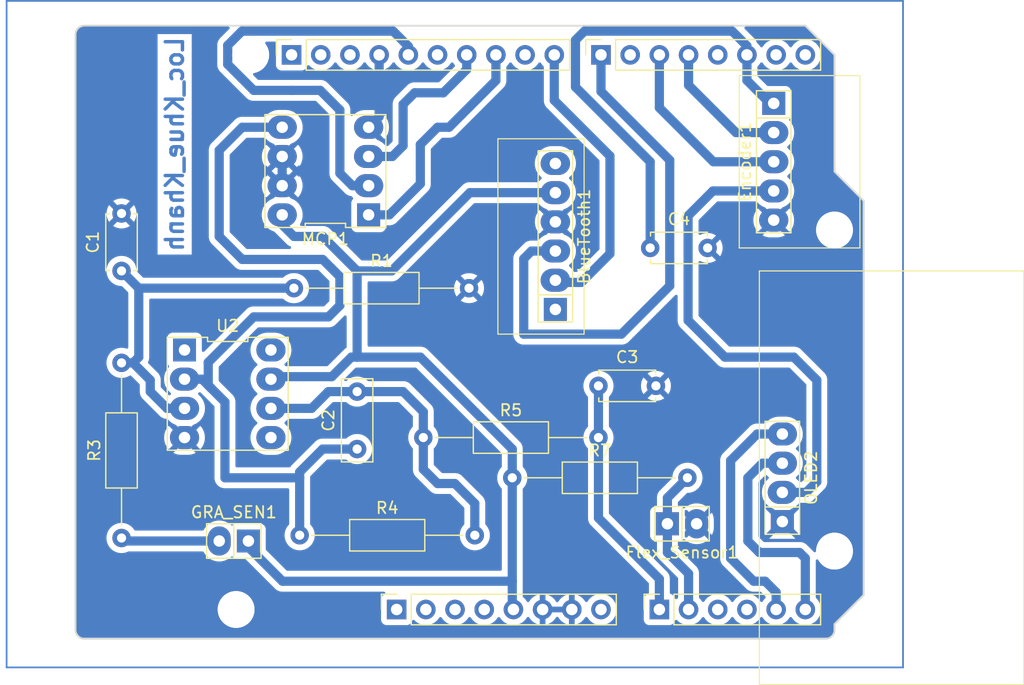
<source format=kicad_pcb>
(kicad_pcb (version 20241229) (generator "pcbnew") (generator_version "9.0")
  (title_block (date "mar. 31 mars 2015"))
  (layers (0 "F.Cu" signal) (2 "B.Cu" signal) (13 "F.Paste" user) (15 "B.Paste" user) (5 "F.SilkS" user "F.Silkscreen") (7 "B.SilkS" user "B.Silkscreen") (1 "F.Mask" user) (3 "B.Mask" user) (25 "Edge.Cuts" user))
  (net 0 "")
  (net 1 "GND")
  (net 3 "+5V")
  (net 4 "/IOREF")
  (net 5 "/A2")
  (net 6 "/A3")
  (net 7 "TXD")
  (net 8 "/12")
  (net 9 "/AREF")
  (net 12 "RXD")
  (net 13 "Net-(U2-+IN)")
  (net 14 "Net-(U2-OUT)")
  (net 15 "/*6")
  (net 16 "Net-(MCP1-PA0)")
  (net 17 "TX")
  (net 18 "/*3")
  (net 19 "CLK")
  (net 20 "+3V3")
  (net 21 "VCC")
  (net 22 "/~{RESET}")
  (net 23 "/GPIO 19")
  (net 24 "/GPIO 18")
  (net 25 "SW")
  (net 26 "RX")
  (net 27 "DT")
  (net 28 "FLEX_OP")
  (net 29 "ADC")
  (net 30 "Net-(GRA_SEN1-cn)")
  (net 31 "SI")
  (net 32 "SCK")
  (net 33 "CS")
  (net 34 "/D9")
  (net 35 "SCL")
  (net 36 "SDA")
  (footprint "Connector_PinSocket_2.54mm:PinSocket_1x08_P2.54mm_Vertical" (layer "F.Cu") (at 127.94 97.46 90)
    (property "Reference" "J1" (hide yes))
    (property "Value" "Power")
    (fp_line (start 1.33 -1.33) (end 1.33 0) (stroke (width 0.12)) (layer "F.SilkS"))
    (fp_line (start 0 -1.33) (end 1.33 -1.33) (stroke (width 0.12)) (layer "F.SilkS"))
    (fp_line (start 1.33 1.27) (end 1.33 19.11) (stroke (width 0.12)) (layer "F.SilkS"))
    (fp_line (start -1.33 1.27) (end 1.33 1.27) (stroke (width 0.12)) (layer "F.SilkS"))
    (fp_line (start -1.33 1.27) (end -1.33 19.11) (stroke (width 0.12)) (layer "F.SilkS"))
    (fp_line (start -1.33 19.11) (end 1.33 19.11) (stroke (width 0.12)) (layer "F.SilkS"))
    (pad "1" thru_hole rect (at 0 0 90) (size 1.7 1.7) (drill 1) (layers "*.Cu" "*.Mask"))
    (pad "2" thru_hole oval (at 0 2.54 90) (size 1.7 1.7) (drill 1) (layers "*.Cu" "*.Mask") (net 4 "/IOREF"))
    (pad "3" thru_hole oval (at 0 5.08 90) (size 1.7 1.7) (drill 1) (layers "*.Cu" "*.Mask") (net 22 "/~{RESET}"))
    (pad "4" thru_hole oval (at 0 7.62 90) (size 1.7 1.7) (drill 1) (layers "*.Cu" "*.Mask") (net 20 "+3V3"))
    (pad "5" thru_hole oval (at 0 10.16 90) (size 1.7 1.7) (drill 1) (layers "*.Cu" "*.Mask") (net 3 "+5V"))
    (pad "6" thru_hole oval (at 0 12.7 90) (size 1.7 1.7) (drill 1) (layers "*.Cu" "*.Mask") (net 1 "GND"))
    (pad "7" thru_hole oval (at 0 15.24 90) (size 1.7 1.7) (drill 1) (layers "*.Cu" "*.Mask") (net 1 "GND"))
    (pad "8" thru_hole oval (at 0 17.78 90) (size 1.7 1.7) (drill 1) (layers "*.Cu" "*.Mask") (net 21 "VCC"))
  )
  (footprint "Connector_PinSocket_2.54mm:PinSocket_1x06_P2.54mm_Vertical" (layer "F.Cu") (at 150.8 97.46 90)
    (property "Reference" "J3" (hide yes))
    (property "Value" "Analog")
    (fp_line (start 1.33 -1.33) (end 1.33 0) (stroke (width 0.12)) (layer "F.SilkS"))
    (fp_line (start 0 -1.33) (end 1.33 -1.33) (stroke (width 0.12)) (layer "F.SilkS"))
    (fp_line (start 1.33 1.27) (end 1.33 14.03) (stroke (width 0.12)) (layer "F.SilkS"))
    (fp_line (start -1.33 1.27) (end 1.33 1.27) (stroke (width 0.12)) (layer "F.SilkS"))
    (fp_line (start -1.33 1.27) (end -1.33 14.03) (stroke (width 0.12)) (layer "F.SilkS"))
    (fp_line (start -1.33 14.03) (end 1.33 14.03) (stroke (width 0.12)) (layer "F.SilkS"))
    (pad "1" thru_hole rect (at 0 0 90) (size 1.7 1.7) (drill 1) (layers "*.Cu" "*.Mask") (net 29 "ADC"))
    (pad "2" thru_hole oval (at 0 2.54 90) (size 1.7 1.7) (drill 1) (layers "*.Cu" "*.Mask") (net 28 "FLEX_OP"))
    (pad "3" thru_hole oval (at 0 5.08 90) (size 1.7 1.7) (drill 1) (layers "*.Cu" "*.Mask") (net 5 "/A2"))
    (pad "4" thru_hole oval (at 0 7.62 90) (size 1.7 1.7) (drill 1) (layers "*.Cu" "*.Mask") (net 6 "/A3"))
    (pad "5" thru_hole oval (at 0 10.16 90) (size 1.7 1.7) (drill 1) (layers "*.Cu" "*.Mask") (net 36 "SDA"))
    (pad "6" thru_hole oval (at 0 12.7 90) (size 1.7 1.7) (drill 1) (layers "*.Cu" "*.Mask") (net 35 "SCL"))
  )
  (footprint "Connector_PinSocket_2.54mm:PinSocket_1x10_P2.54mm_Vertical" (layer "F.Cu") (at 118.796 49.2 90)
    (property "Reference" "J2" (hide yes))
    (property "Value" "Digital/PWM")
    (fp_line (start 1.33 -1.33) (end 1.33 0) (stroke (width 0.12)) (layer "F.SilkS"))
    (fp_line (start 0 -1.33) (end 1.33 -1.33) (stroke (width 0.12)) (layer "F.SilkS"))
    (fp_line (start 1.33 1.27) (end 1.33 24.19) (stroke (width 0.12)) (layer "F.SilkS"))
    (fp_line (start -1.33 1.27) (end 1.33 1.27) (stroke (width 0.12)) (layer "F.SilkS"))
    (fp_line (start -1.33 1.27) (end -1.33 24.19) (stroke (width 0.12)) (layer "F.SilkS"))
    (fp_line (start -1.33 24.19) (end 1.33 24.19) (stroke (width 0.12)) (layer "F.SilkS"))
    (pad "1" thru_hole rect (at 0 0 90) (size 1.7 1.7) (drill 1) (layers "*.Cu" "*.Mask") (net 23 "/GPIO 19"))
    (pad "2" thru_hole oval (at 0 2.54 90) (size 1.7 1.7) (drill 1) (layers "*.Cu" "*.Mask") (net 24 "/GPIO 18"))
    (pad "3" thru_hole oval (at 0 5.08 90) (size 1.7 1.7) (drill 1) (layers "*.Cu" "*.Mask") (net 9 "/AREF"))
    (pad "4" thru_hole oval (at 0 7.62 90) (size 1.7 1.7) (drill 1) (layers "*.Cu" "*.Mask") (net 1 "GND"))
    (pad "5" thru_hole oval (at 0 10.16 90) (size 1.7 1.7) (drill 1) (layers "*.Cu" "*.Mask") (net 32 "SCK"))
    (pad "6" thru_hole oval (at 0 12.7 90) (size 1.7 1.7) (drill 1) (layers "*.Cu" "*.Mask") (net 8 "/12"))
    (pad "7" thru_hole oval (at 0 15.24 90) (size 1.7 1.7) (drill 1) (layers "*.Cu" "*.Mask") (net 31 "SI"))
    (pad "8" thru_hole oval (at 0 17.78 90) (size 1.7 1.7) (drill 1) (layers "*.Cu" "*.Mask") (net 33 "CS"))
    (pad "9" thru_hole oval (at 0 20.32 90) (size 1.7 1.7) (drill 1) (layers "*.Cu" "*.Mask") (net 34 "/D9"))
    (pad "10" thru_hole oval (at 0 22.86 90) (size 1.7 1.7) (drill 1) (layers "*.Cu" "*.Mask") (net 12 "RXD"))
  )
  (footprint "Connector_PinSocket_2.54mm:PinSocket_1x08_P2.54mm_Vertical" (layer "F.Cu") (at 145.72 49.2 90)
    (property "Reference" "J4" (hide yes))
    (property "Value" "Digital/PWM")
    (fp_line (start 1.33 -1.33) (end 1.33 0) (stroke (width 0.12)) (layer "F.SilkS"))
    (fp_line (start 0 -1.33) (end 1.33 -1.33) (stroke (width 0.12)) (layer "F.SilkS"))
    (fp_line (start 1.33 1.27) (end 1.33 19.11) (stroke (width 0.12)) (layer "F.SilkS"))
    (fp_line (start -1.33 1.27) (end 1.33 1.27) (stroke (width 0.12)) (layer "F.SilkS"))
    (fp_line (start -1.33 1.27) (end -1.33 19.11) (stroke (width 0.12)) (layer "F.SilkS"))
    (fp_line (start -1.33 19.11) (end 1.33 19.11) (stroke (width 0.12)) (layer "F.SilkS"))
    (pad "1" thru_hole rect (at 0 0 90) (size 1.7 1.7) (drill 1) (layers "*.Cu" "*.Mask") (net 7 "TXD"))
    (pad "2" thru_hole oval (at 0 2.54 90) (size 1.7 1.7) (drill 1) (layers "*.Cu" "*.Mask") (net 15 "/*6"))
    (pad "3" thru_hole oval (at 0 5.08 90) (size 1.7 1.7) (drill 1) (layers "*.Cu" "*.Mask") (net 25 "SW"))
    (pad "4" thru_hole oval (at 0 7.62 90) (size 1.7 1.7) (drill 1) (layers "*.Cu" "*.Mask") (net 27 "DT"))
    (pad "5" thru_hole oval (at 0 10.16 90) (size 1.7 1.7) (drill 1) (layers "*.Cu" "*.Mask") (net 18 "/*3"))
    (pad "6" thru_hole oval (at 0 12.7 90) (size 1.7 1.7) (drill 1) (layers "*.Cu" "*.Mask") (net 19 "CLK"))
    (pad "7" thru_hole oval (at 0 15.24 90) (size 1.7 1.7) (drill 1) (layers "*.Cu" "*.Mask") (net 17 "TX"))
    (pad "8" thru_hole oval (at 0 17.78 90) (size 1.7 1.7) (drill 1) (layers "*.Cu" "*.Mask") (net 26 "RX"))
  )
  (footprint "Resistor_THT:R_Axial_DIN0207_L6.3mm_D2.5mm_P15.24mm_Horizontal" (layer "F.Cu") (at 130.26 82.5)
    (property "Reference" "R5" (at 7.62 -2.37 0) (layer "F.SilkS"))
    (property "Value" "1k")
    (fp_line (start 1.04 0) (end 4.35 0) (stroke (width 0.12)) (layer "F.SilkS"))
    (fp_line (start 14.2 0) (end 10.89 0) (stroke (width 0.12)) (layer "F.SilkS"))
    (fp_rect (start 4.35 -1.37) (end 10.89 1.37) (stroke (width 0.12)) (fill no) (layer "F.SilkS"))
    (pad "1" thru_hole circle (at 0 0) (size 1.6 1.6) (drill 0.8) (layers "*.Cu" "*.Mask") (net 14 "Net-(U2-OUT)"))
    (pad "2" thru_hole circle (at 15.24 0) (size 1.6 1.6) (drill 0.8) (layers "*.Cu" "*.Mask") (net 29 "ADC"))
  )
  (footprint "Resistor_THT:R_Axial_DIN0207_L6.3mm_D2.5mm_P15.24mm_Horizontal" (layer "F.Cu") (at 119 69.5)
    (property "Reference" "R1" (at 7.62 -2.37 0) (layer "F.SilkS"))
    (property "Value" "100k")
    (fp_line (start 1.04 0) (end 4.35 0) (stroke (width 0.12)) (layer "F.SilkS"))
    (fp_line (start 14.2 0) (end 10.89 0) (stroke (width 0.12)) (layer "F.SilkS"))
    (fp_rect (start 4.35 -1.37) (end 10.89 1.37) (stroke (width 0.12)) (fill no) (layer "F.SilkS"))
    (pad "1" thru_hole circle (at 0 0) (size 1.6 1.6) (drill 0.8) (layers "*.Cu" "*.Mask") (net 13 "Net-(U2-+IN)"))
    (pad "2" thru_hole circle (at 15.24 0) (size 1.6 1.6) (drill 0.8) (layers "*.Cu" "*.Mask") (net 1 "GND"))
  )
  (footprint "Resistor_THT:R_Axial_DIN0207_L6.3mm_D2.5mm_P15.24mm_Horizontal" (layer "F.Cu") (at 104 91.24 90)
    (property "Reference" "R3" (at 7.62 -2.37 90) (layer "F.SilkS"))
    (property "Value" "10k")
    (fp_line (start 14.2 0) (end 10.89 0) (stroke (width 0.12)) (layer "F.SilkS"))
    (fp_line (start 1.04 0) (end 4.35 0) (stroke (width 0.12)) (layer "F.SilkS"))
    (fp_rect (start 4.35 -1.37) (end 10.89 1.37) (stroke (width 0.12)) (fill no) (layer "F.SilkS"))
    (pad "1" thru_hole circle (at 0 0 90) (size 1.6 1.6) (drill 0.8) (layers "*.Cu" "*.Mask") (net 30 "Net-(GRA_SEN1-cn)"))
    (pad "2" thru_hole circle (at 15.24 0 90) (size 1.6 1.6) (drill 0.8) (layers "*.Cu" "*.Mask") (net 13 "Net-(U2-+IN)"))
  )
  (footprint "Capacitor_THT:C_Disc_D4.7mm_W2.5mm_P5.00mm" (layer "F.Cu") (at 104 68 90)
    (property "Reference" "C1" (at 2.5 -2.5 90) (layer "F.SilkS"))
    (property "Value" "100n")
    (fp_line (start 4.97 -1.37) (end 4.97 -1.04) (stroke (width 0.12)) (layer "F.SilkS"))
    (fp_line (start 0.03 -1.37) (end 4.97 -1.37) (stroke (width 0.12)) (layer "F.SilkS"))
    (fp_line (start 0.03 -1.04) (end 0.03 -1.37) (stroke (width 0.12)) (layer "F.SilkS"))
    (fp_line (start 4.97 1.04) (end 4.97 1.37) (stroke (width 0.12)) (layer "F.SilkS"))
    (fp_line (start 4.97 1.37) (end 0.03 1.37) (stroke (width 0.12)) (layer "F.SilkS"))
    (fp_line (start 0.03 1.37) (end 0.03 1.04) (stroke (width 0.12)) (layer "F.SilkS"))
    (pad "1" thru_hole circle (at 0 0 90) (size 1.6 1.6) (drill 0.8) (layers "*.Cu" "*.Mask") (net 13 "Net-(U2-+IN)"))
    (pad "2" thru_hole circle (at 5 0 90) (size 1.6 1.6) (drill 0.8) (layers "*.Cu" "*.Mask") (net 1 "GND"))
  )
  (footprint "Capacitor_THT:C_Rect_L7.0mm_W2.5mm_P5.00mm" (layer "F.Cu") (at 124.5 83.5 90)
    (property "Reference" "C2" (at 2.5 -2.5 90) (layer "F.SilkS"))
    (property "Value" "1u")
    (fp_line (start 6.12 -1.37) (end 6.12 1.37) (stroke (width 0.12)) (layer "F.SilkS"))
    (fp_line (start -1.12 -1.37) (end 6.12 -1.37) (stroke (width 0.12)) (layer "F.SilkS"))
    (fp_line (start 6.12 1.37) (end -1.12 1.37) (stroke (width 0.12)) (layer "F.SilkS"))
    (fp_line (start -1.12 1.37) (end -1.12 -1.37) (stroke (width 0.12)) (layer "F.SilkS"))
    (pad "1" thru_hole circle (at 0 0 90) (size 1.6 1.6) (drill 0.8) (layers "*.Cu" "*.Mask") (net 16 "Net-(MCP1-PA0)"))
    (pad "2" thru_hole circle (at 5 0 90) (size 1.6 1.6) (drill 0.8) (layers "*.Cu" "*.Mask") (net 14 "Net-(U2-OUT)"))
  )
  (footprint "Resistor_THT:R_Axial_DIN0207_L6.3mm_D2.5mm_P15.24mm_Horizontal" (layer "F.Cu") (at 119.5 91)
    (property "Reference" "R4" (at 7.62 -2.37 0) (layer "F.SilkS"))
    (property "Value" "100k")
    (fp_line (start 1.04 0) (end 4.35 0) (stroke (width 0.12)) (layer "F.SilkS"))
    (fp_line (start 14.2 0) (end 10.89 0) (stroke (width 0.12)) (layer "F.SilkS"))
    (fp_rect (start 4.35 -1.37) (end 10.89 1.37) (stroke (width 0.12)) (fill no) (layer "F.SilkS"))
    (pad "1" thru_hole circle (at 0 0) (size 1.6 1.6) (drill 0.8) (layers "*.Cu" "*.Mask") (net 16 "Net-(MCP1-PA0)"))
    (pad "2" thru_hole circle (at 15.24 0) (size 1.6 1.6) (drill 0.8) (layers "*.Cu" "*.Mask") (net 14 "Net-(U2-OUT)"))
  )
  (footprint "Arduino_MountingHole:MountingHole_3.2mm" (layer "F.Cu") (at 115.24 49.2)
    (property "Reference" "MH1" (hide yes))
    (property "Value" "MountingHole_3.2mm" (hide yes))
    (pad "" np_thru_hole circle (at 0 0) (size 3.2 3.2) (drill 3.2) (layers "*.Cu" "*.Mask"))
  )
  (footprint "Component_Projet_Capteur:DIP-8_296_ELL" (layer "F.Cu") (at 113.24 78.69 -90)
    (property "Reference" "U2" (at -5.91 0 0) (layer "F.SilkS"))
    (property "Value" "LTC1050ACN8_PBF")
    (fp_line (start -4.91 5.26) (end 4.91 5.26) (stroke (width 0.12)) (layer "F.SilkS"))
    (fp_line (start 4.91 5.26) (end 4.91 -5.26) (stroke (width 0.12)) (layer "F.SilkS"))
    (fp_line (start -4.91 1.753333) (end -4.91 5.26) (stroke (width 0.12)) (layer "F.SilkS"))
    (fp_line (start -4.55 1.753333) (end -4.91 1.753333) (stroke (width 0.12)) (layer "F.SilkS"))
    (fp_line (start -4.91 -1.753333) (end -4.55 -1.753333) (stroke (width 0.12)) (layer "F.SilkS"))
    (fp_line (start -4.55 -1.753333) (end -4.55 1.753333) (stroke (width 0.12)) (layer "F.SilkS"))
    (fp_line (start -4.91 -5.26) (end -4.91 -1.753333) (stroke (width 0.12)) (layer "F.SilkS"))
    (fp_line (start 4.91 -5.26) (end -4.91 -5.26) (stroke (width 0.12)) (layer "F.SilkS"))
    (pad "1" thru_hole rect (at -3.81 3.76 270) (size 2 2) (drill 1) (layers "*.Cu" "*.Mask"))
    (pad "2" thru_hole oval (at -1.27 3.76 270) (size 2 2.54) (drill 1) (layers "*.Cu" "*.Mask") (net 16 "Net-(MCP1-PA0)"))
    (pad "3" thru_hole oval (at 1.27 3.76 270) (size 2 2.54) (drill 1) (layers "*.Cu" "*.Mask") (net 13 "Net-(U2-+IN)"))
    (pad "4" thru_hole oval (at 3.81 3.76 270) (size 2 2.54) (drill 1) (layers "*.Cu" "*.Mask") (net 1 "GND"))
    (pad "5" thru_hole oval (at 3.81 -3.76 270) (size 2 2.54) (drill 1) (layers "*.Cu" "*.Mask"))
    (pad "6" thru_hole oval (at 1.27 -3.76 270) (size 2 2.54) (drill 1) (layers "*.Cu" "*.Mask") (net 14 "Net-(U2-OUT)"))
    (pad "7" thru_hole oval (at -1.27 -3.76 270) (size 2 2.54) (drill 1) (layers "*.Cu" "*.Mask") (net 3 "+5V"))
    (pad "8" thru_hole oval (at -3.81 -3.76 270) (size 2 2.54) (drill 1) (layers "*.Cu" "*.Mask"))
  )
  (footprint "Component_Projet_Capteur:Bluetooth" (layer "F.Cu") (at 141.75 65 90)
    (property "Reference" "BlueTooth1" (at 0 2.5 90) (layer "F.SilkS"))
    (property "Value" "~")
    (fp_line (start 8.5 -5) (end 8.5 2.5) (stroke (width 0.1)) (layer "F.SilkS"))
    (fp_line (start -8.5 -5) (end 8.5 -5) (stroke (width 0.1)) (layer "F.SilkS"))
    (fp_line (start 7.45 -1.5) (end 7.45 1.5) (stroke (width 0.12)) (layer "F.SilkS"))
    (fp_line (start -5.08 -1.5) (end -5.08 1.5) (stroke (width 0.12)) (layer "F.SilkS"))
    (fp_line (start -7.45 -1.5) (end 7.45 -1.5) (stroke (width 0.12)) (layer "F.SilkS"))
    (fp_line (start 7.45 1.5) (end -7.45 1.5) (stroke (width 0.12)) (layer "F.SilkS"))
    (fp_line (start -7.45 1.5) (end -7.45 -1.5) (stroke (width 0.12)) (layer "F.SilkS"))
    (fp_line (start 8.5 2.5) (end -8.5 2.5) (stroke (width 0.1)) (layer "F.SilkS"))
    (fp_line (start -8.5 2.5) (end -8.5 -5) (stroke (width 0.1)) (layer "F.SilkS"))
    (pad "1" thru_hole rect (at -6.35 0 90) (size 2 2) (drill 1) (layers "*.Cu" "*.Mask"))
    (pad "2" thru_hole oval (at -3.81 0 90) (size 2 2.56) (drill 1) (layers "*.Cu" "*.Mask") (net 12 "RXD"))
    (pad "3" thru_hole oval (at -1.27 0 90) (size 2 2.56) (drill 1) (layers "*.Cu" "*.Mask") (net 7 "TXD"))
    (pad "4" thru_hole oval (at 1.27 0 90) (size 2 2.56) (drill 1) (layers "*.Cu" "*.Mask") (net 1 "GND"))
    (pad "5" thru_hole oval (at 3.81 0 90) (size 2 2.56) (drill 1) (layers "*.Cu" "*.Mask") (net 3 "+5V"))
    (pad "6" thru_hole oval (at 6.35 0 90) (size 2 2.56) (drill 1) (layers "*.Cu" "*.Mask"))
  )
  (footprint "Component_Projet_Capteur:Encoder_rotation" (layer "F.Cu") (at 160.75 58.5 -90)
    (property "Reference" "Encoder1" (at 0 2.5 90) (layer "F.SilkS"))
    (property "Value" "~")
    (fp_line (start -7.5 3) (end -7.5 -7.5) (stroke (width 0.1)) (layer "F.SilkS"))
    (fp_line (start 7.5 3) (end -7.5 3) (stroke (width 0.1)) (layer "F.SilkS"))
    (fp_line (start 7.5 3) (end 7.5 3) (stroke (width 0.1)) (layer "F.SilkS"))
    (fp_line (start -6.18 1.5) (end -6.18 -1.5) (stroke (width 0.12)) (layer "F.SilkS"))
    (fp_line (start 6.18 1.5) (end -6.18 1.5) (stroke (width 0.12)) (layer "F.SilkS"))
    (fp_line (start -6.18 -1.5) (end 6.18 -1.5) (stroke (width 0.12)) (layer "F.SilkS"))
    (fp_line (start -3.81 -1.5) (end -3.81 1.5) (stroke (width 0.12)) (layer "F.SilkS"))
    (fp_line (start 6.18 -1.5) (end 6.18 1.5) (stroke (width 0.12)) (layer "F.SilkS"))
    (fp_line (start -7.5 -7.5) (end 7.5 -7.5) (stroke (width 0.1)) (layer "F.SilkS"))
    (fp_line (start 7.5 -7.5) (end 7.5 3) (stroke (width 0.1)) (layer "F.SilkS"))
    (pad "1" thru_hole rect (at -5.08 0 270) (size 2 2) (drill 1) (layers "*.Cu" "*.Mask") (net 19 "CLK"))
    (pad "2" thru_hole oval (at -2.54 0 270) (size 2 2.54) (drill 1) (layers "*.Cu" "*.Mask") (net 27 "DT"))
    (pad "3" thru_hole oval (at 0 0 270) (size 2 2.54) (drill 1) (layers "*.Cu" "*.Mask") (net 25 "SW"))
    (pad "4" thru_hole oval (at 2.54 0 270) (size 2 2.54) (drill 1) (layers "*.Cu" "*.Mask") (net 3 "+5V"))
    (pad "5" thru_hole oval (at 5.08 0 270) (size 2 2.54) (drill 1) (layers "*.Cu" "*.Mask") (net 1 "GND"))
  )
  (footprint "Component_Projet_Capteur:OLED" (layer "F.Cu") (at 161.5 86 90)
    (property "Reference" "OLED2" (at 0 2.5 90) (layer "F.SilkS"))
    (property "Value" "~")
    (fp_line (start 18 -2) (end 18 21) (stroke (width 0.1)) (layer "F.SilkS"))
    (fp_line (start 0 -2) (end 18 -2) (stroke (width 0.1)) (layer "F.SilkS"))
    (fp_line (start -18 -2) (end 0 -2) (stroke (width 0.1)) (layer "F.SilkS"))
    (fp_line (start 4.91 -1.5) (end 4.91 1.5) (stroke (width 0.12)) (layer "F.SilkS"))
    (fp_line (start -2.54 -1.5) (end -2.54 1.5) (stroke (width 0.12)) (layer "F.SilkS"))
    (fp_line (start -4.91 -1.5) (end 4.91 -1.5) (stroke (width 0.12)) (layer "F.SilkS"))
    (fp_line (start 4.91 1.5) (end -4.91 1.5) (stroke (width 0.12)) (layer "F.SilkS"))
    (fp_line (start -4.91 1.5) (end -4.91 -1.5) (stroke (width 0.12)) (layer "F.SilkS"))
    (fp_line (start 18 21) (end -18 21) (stroke (width 0.1)) (layer "F.SilkS"))
    (fp_line (start -18 21) (end -18 -2) (stroke (width 0.1)) (layer "F.SilkS"))
    (pad "1" thru_hole rect (at -3.81 0 90) (size 2 2) (drill 1) (layers "*.Cu" "*.Mask") (net 1 "GND"))
    (pad "2" thru_hole oval (at -1.27 0 90) (size 2 2.54) (drill 1) (layers "*.Cu" "*.Mask") (net 3 "+5V"))
    (pad "3" thru_hole oval (at 1.27 0 90) (size 2 2.54) (drill 1) (layers "*.Cu" "*.Mask") (net 35 "SCL"))
    (pad "4" thru_hole oval (at 3.81 0 90) (size 2 2.54) (drill 1) (layers "*.Cu" "*.Mask") (net 36 "SDA"))
  )
  (footprint "Component_Projet_Capteur:DIP-8_296_ELL" (layer "F.Cu") (at 121.74 59.31 90)
    (property "Reference" "MCP1" (at -5.91 0 0) (layer "F.SilkS"))
    (property "Value" "~")
    (fp_line (start 4.91 -5.26) (end -4.91 -5.26) (stroke (width 0.12)) (layer "F.SilkS"))
    (fp_line (start -4.91 -5.26) (end -4.91 -1.753333) (stroke (width 0.12)) (layer "F.SilkS"))
    (fp_line (start -4.55 -1.753333) (end -4.55 1.753333) (stroke (width 0.12)) (layer "F.SilkS"))
    (fp_line (start -4.91 -1.753333) (end -4.55 -1.753333) (stroke (width 0.12)) (layer "F.SilkS"))
    (fp_line (start -4.55 1.753333) (end -4.91 1.753333) (stroke (width 0.12)) (layer "F.SilkS"))
    (fp_line (start -4.91 1.753333) (end -4.91 5.26) (stroke (width 0.12)) (layer "F.SilkS"))
    (fp_line (start 4.91 5.26) (end 4.91 -5.26) (stroke (width 0.12)) (layer "F.SilkS"))
    (fp_line (start -4.91 5.26) (end 4.91 5.26) (stroke (width 0.12)) (layer "F.SilkS"))
    (pad "1" thru_hole rect (at -3.81 3.76 90) (size 2 2) (drill 1) (layers "*.Cu" "*.Mask") (net 33 "CS"))
    (pad "2" thru_hole oval (at -1.27 3.76 90) (size 2 2.54) (drill 1) (layers "*.Cu" "*.Mask") (net 32 "SCK"))
    (pad "3" thru_hole oval (at 1.27 3.76 90) (size 2 2.54) (drill 1) (layers "*.Cu" "*.Mask") (net 31 "SI"))
    (pad "4" thru_hole oval (at 3.81 3.76 90) (size 2 2.54) (drill 1) (layers "*.Cu" "*.Mask") (net 1 "GND"))
    (pad "5" thru_hole oval (at 3.81 -3.76 90) (size 2 2.54) (drill 1) (layers "*.Cu" "*.Mask") (net 16 "Net-(MCP1-PA0)"))
    (pad "6" thru_hole oval (at 1.27 -3.76 90) (size 2 2.54) (drill 1) (layers "*.Cu" "*.Mask") (net 1 "GND"))
    (pad "7" thru_hole oval (at -1.27 -3.76 90) (size 2 2.54) (drill 1) (layers "*.Cu" "*.Mask") (net 1 "GND"))
    (pad "8" thru_hole oval (at -3.81 -3.76 90) (size 2 2.54) (drill 1) (layers "*.Cu" "*.Mask") (net 3 "+5V"))
  )
  (footprint "Resistor_THT:R_Axial_DIN0207_L6.3mm_D2.5mm_P15.24mm_Horizontal" (layer "F.Cu") (at 138 86)
    (property "Reference" "R7" (at 7.62 -2.37 0) (layer "F.SilkS"))
    (property "Value" "10k")
    (fp_line (start 1.04 0) (end 4.35 0) (stroke (width 0.12)) (layer "F.SilkS"))
    (fp_line (start 14.2 0) (end 10.89 0) (stroke (width 0.12)) (layer "F.SilkS"))
    (fp_rect (start 4.35 -1.37) (end 10.89 1.37) (stroke (width 0.12)) (fill no) (layer "F.SilkS"))
    (pad "1" thru_hole circle (at 0 0) (size 1.6 1.6) (drill 0.8) (layers "*.Cu" "*.Mask") (net 3 "+5V"))
    (pad "2" thru_hole circle (at 15.24 0) (size 1.6 1.6) (drill 0.8) (layers "*.Cu" "*.Mask") (net 28 "FLEX_OP"))
  )
  (footprint "Component_Projet_Capteur:Sensor" (layer "F.Cu") (at 152.77 90)
    (property "Reference" "Flex_Sensor1" (at 0 2.5 0) (layer "F.SilkS"))
    (property "Value" "~")
    (fp_line (start -2.37 -1.5) (end 2.37 -1.5) (stroke (width 0.12)) (layer "F.SilkS"))
    (fp_line (start -2.37 1.5) (end -2.37 -1.5) (stroke (width 0.12)) (layer "F.SilkS"))
    (fp_line (start 0 -1.5) (end 0 1.5) (stroke (width 0.12)) (layer "F.SilkS"))
    (fp_line (start 2.37 -1.5) (end 2.37 1.5) (stroke (width 0.12)) (layer "F.SilkS"))
    (fp_line (start 2.37 1.5) (end -2.37 1.5) (stroke (width 0.12)) (layer "F.SilkS"))
    (pad "1" thru_hole rect (at -1.27 0) (size 2 2) (drill 1) (layers "*.Cu" "*.Mask") (net 28 "FLEX_OP"))
    (pad "2" thru_hole oval (at 1.27 0) (size 2 2.54) (drill 1) (layers "*.Cu" "*.Mask") (net 1 "GND"))
  )
  (footprint "Capacitor_THT:C_Disc_D4.7mm_W2.5mm_P5.00mm" (layer "F.Cu") (at 145.5 78)
    (property "Reference" "C3" (at 2.5 -2.5 0) (layer "F.SilkS"))
    (property "Value" "100n")
    (fp_line (start 0.03 -1.37) (end 4.97 -1.37) (stroke (width 0.12)) (layer "F.SilkS"))
    (fp_line (start 0.03 -1.04) (end 0.03 -1.37) (stroke (width 0.12)) (layer "F.SilkS"))
    (fp_line (start 0.03 1.37) (end 0.03 1.04) (stroke (width 0.12)) (layer "F.SilkS"))
    (fp_line (start 4.97 -1.37) (end 4.97 -1.04) (stroke (width 0.12)) (layer "F.SilkS"))
    (fp_line (start 4.97 1.04) (end 4.97 1.37) (stroke (width 0.12)) (layer "F.SilkS"))
    (fp_line (start 4.97 1.37) (end 0.03 1.37) (stroke (width 0.12)) (layer "F.SilkS"))
    (pad "1" thru_hole circle (at 0 0) (size 1.6 1.6) (drill 0.8) (layers "*.Cu" "*.Mask") (net 29 "ADC"))
    (pad "2" thru_hole circle (at 5 0) (size 1.6 1.6) (drill 0.8) (layers "*.Cu" "*.Mask") (net 1 "GND"))
  )
  (footprint "Arduino_MountingHole:MountingHole_3.2mm" (layer "F.Cu") (at 113.97 97.46)
    (property "Reference" "MH2" (hide yes))
    (property "Value" "MountingHole_3.2mm" (hide yes))
    (pad "" np_thru_hole circle (at 0 0) (size 3.2 3.2) (drill 3.2) (layers "*.Cu" "*.Mask"))
  )
  (footprint "Arduino_MountingHole:MountingHole_3.2mm" (layer "F.Cu") (at 166.04 64.44)
    (property "Reference" "MH3" (hide yes))
    (property "Value" "MountingHole_3.2mm" (hide yes))
    (pad "" np_thru_hole circle (at 0 0) (size 3.2 3.2) (drill 3.2) (layers "*.Cu" "*.Mask"))
  )
  (footprint "Arduino_MountingHole:MountingHole_3.2mm" (layer "F.Cu") (at 166.04 92.38)
    (property "Reference" "MH4" (hide yes))
    (property "Value" "MountingHole_3.2mm" (hide yes))
    (pad "" np_thru_hole circle (at 0 0) (size 3.2 3.2) (drill 3.2) (layers "*.Cu" "*.Mask"))
  )
  (footprint "Component_Projet_Capteur:Sensor" (layer "F.Cu") (at 113.77 91.5 180)
    (property "Reference" "GRA_SEN1" (at 0 2.5 0) (layer "F.SilkS"))
    (property "Value" "~")
    (fp_line (start 2.37 1.5) (end -2.37 1.5) (stroke (width 0.12)) (layer "F.SilkS"))
    (fp_line (start 2.37 -1.5) (end 2.37 1.5) (stroke (width 0.12)) (layer "F.SilkS"))
    (fp_line (start 0 -1.5) (end 0 1.5) (stroke (width 0.12)) (layer "F.SilkS"))
    (fp_line (start -2.37 1.5) (end -2.37 -1.5) (stroke (width 0.12)) (layer "F.SilkS"))
    (fp_line (start -2.37 -1.5) (end 2.37 -1.5) (stroke (width 0.12)) (layer "F.SilkS"))
    (pad "1" thru_hole rect (at -1.27 0 180) (size 2 2) (drill 1) (layers "*.Cu" "*.Mask") (net 3 "+5V"))
    (pad "2" thru_hole oval (at 1.27 0 180) (size 2 2.54) (drill 1) (layers "*.Cu" "*.Mask") (net 30 "Net-(GRA_SEN1-cn)"))
  )
  (footprint "Capacitor_THT:C_Disc_D4.7mm_W2.5mm_P5.00mm" (layer "F.Cu") (at 150 66)
    (property "Reference" "C4" (at 2.5 -2.5 0) (layer "F.SilkS"))
    (property "Value" "100n")
    (fp_line (start 0.03 -1.37) (end 4.97 -1.37) (stroke (width 0.12)) (layer "F.SilkS"))
    (fp_line (start 0.03 -1.04) (end 0.03 -1.37) (stroke (width 0.12)) (layer "F.SilkS"))
    (fp_line (start 0.03 1.37) (end 0.03 1.04) (stroke (width 0.12)) (layer "F.SilkS"))
    (fp_line (start 4.97 -1.37) (end 4.97 -1.04) (stroke (width 0.12)) (layer "F.SilkS"))
    (fp_line (start 4.97 1.04) (end 4.97 1.37) (stroke (width 0.12)) (layer "F.SilkS"))
    (fp_line (start 4.97 1.37) (end 0.03 1.37) (stroke (width 0.12)) (layer "F.SilkS"))
    (pad "1" thru_hole circle (at 0 0) (size 1.6 1.6) (drill 0.8) (layers "*.Cu" "*.Mask") (net 19 "CLK"))
    (pad "2" thru_hole circle (at 5 0) (size 1.6 1.6) (drill 0.8) (layers "*.Cu" "*.Mask") (net 1 "GND"))
  )
  (gr_line (start 95 44.5) (end 172 44.5) (stroke (width 0.15)) (layer "B.Cu"))
  (gr_line (start 94 102.5) (end 94 44.5) (stroke (width 0.15)) (layer "B.Cu"))
  (gr_line (start 172 102.5) (end 94 102.5) (stroke (width 0.15)) (layer "B.Cu"))
  (gr_line (start 172 44.5) (end 172 102.5) (stroke (width 0.15)) (layer "B.Cu"))
  (gr_line (start 94 44.5) (end 95 44.5) (stroke (width 0.15)) (layer "B.Cu"))
  (gr_line (start 166.04 59.36) (end 168.58 61.9) (stroke (width 0.15)) (layer "Edge.Cuts"))
  (gr_line (start 100 99.238) (end 100 47.422) (stroke (width 0.15)) (layer "Edge.Cuts"))
  (gr_line (start 168.58 61.9) (end 168.58 96.19) (stroke (width 0.15)) (layer "Edge.Cuts"))
  (gr_line (start 165.278 100) (end 100.762 100) (stroke (width 0.15)) (layer "Edge.Cuts"))
  (gr_line (start 100.762 46.66) (end 163.5 46.66) (stroke (width 0.15)) (layer "Edge.Cuts"))
  (gr_arc (start 100.762 100) (mid 100.223185 99.776815) (end 100 99.238) (stroke (width 0.15)) (layer "Edge.Cuts"))
  (gr_line (start 168.58 96.19) (end 166.04 98.73) (stroke (width 0.15)) (layer "Edge.Cuts"))
  (gr_line (start 163.5 46.66) (end 166.04 49.2) (stroke (width 0.15)) (layer "Edge.Cuts"))
  (gr_arc (start 166.04 99.238) (mid 165.816815 99.776815) (end 165.278 100) (stroke (width 0.15)) (layer "Edge.Cuts"))
  (gr_line (start 166.04 49.2) (end 166.04 59.36) (stroke (width 0.15)) (layer "Edge.Cuts"))
  (gr_line (start 166.04 98.73) (end 166.04 99.238) (stroke (width 0.15)) (layer "Edge.Cuts"))
  (gr_arc (start 100 47.422) (mid 100.223185 46.883185) (end 100.762 46.66) (stroke (width 0.15)) (layer "Edge.Cuts"))
  (gr_text "Loc_Khue_Khanh" (at 109.5 47.5 90) (layer "B.Cu") (effects (font (size 1.5 1.5) (thickness 0.3) (bold yes)) (justify left bottom mirror)))
  (segment (start 126.416 54.584) (end 125.5 55.5) (width 0.8) (layer "B.Cu") (net 1))
  (segment (start 126.416 49.2) (end 126.416 54.584) (width 0.8) (layer "B.Cu") (net 1))
  (segment (start 117.98 58.04) (end 117.98 60.58) (width 0.8) (layer "B.Cu") (net 1))
  (segment (start 119 65) (end 121.5 65) (width 0.8) (layer "B.Cu") (net 3))
  (segment (start 164.5 86.34) (end 163.57 87.27) (width 0.8) (layer "B.Cu") (net 3))
  (segment (start 133.25 78.75) (end 130 75.5) (width 0.8) (layer "B.Cu") (net 3))
  (segment (start 124.5 75.5) (end 124 75.5) (width 0.8) (layer "B.Cu") (net 3))
  (segment (start 141.75 61.19) (end 134.31 61.19) (width 0.8) (layer "B.Cu") (net 3))
  (segment (start 127.5 68) (end 124.5 68) (width 0.8) (layer "B.Cu") (net 3))
  (segment (start 162.5 75.5) (end 164.5 77.5) (width 0.8) (layer "B.Cu") (net 3))
  (segment (start 156.5 75.5) (end 162.5 75.5) (width 0.8) (layer "B.Cu") (net 3))
  (segment (start 121.5 65) (end 124.5 68) (width 0.8) (layer "B.Cu") (net 3))
  (segment (start 138 95) (end 138 97.36) (width 0.8) (layer "B.Cu") (net 3))
  (segment (start 117.98 63.98) (end 119 65) (width 0.8) (layer "B.Cu") (net 3))
  (segment (start 155.46 61.04) (end 153.299 63.201) (width 0.8) (layer "B.Cu") (net 3))
  (segment (start 124 75.5) (end 122.301 77.199) (width 0.8) (layer "B.Cu") (net 3))
  (segment (start 163.57 87.27) (end 161.5 87.27) (width 0.8) (layer "B.Cu") (net 3))
  (segment (start 117.98 63.12) (end 117.98 63.98) (width 0.8) (layer "B.Cu") (net 3))
  (segment (start 160.75 61.04) (end 155.46 61.04) (width 0.8) (layer "B.Cu") (net 3))
  (segment (start 138 86) (end 138 95) (width 0.8) (layer "B.Cu") (net 3))
  (segment (start 153.299 72.299) (end 156.5 75.5) (width 0.8) (layer "B.Cu") (net 3))
  (segment (start 160.75 61.04) (end 161.54 61.04) (width 0.8) (layer "B.Cu") (net 3))
  (segment (start 115.04 92.04) (end 118 95) (width 0.8) (layer "B.Cu") (net 3))
  (segment (start 115.04 91.5) (end 115.04 92.04) (width 0.8) (layer "B.Cu") (net 3))
  (segment (start 138 83.5) (end 133.25 78.75) (width 0.8) (layer "B.Cu") (net 3))
  (segment (start 153.299 63.201) (end 153.299 72.299) (width 0.8) (layer "B.Cu") (net 3))
  (segment (start 118 95) (end 138 95) (width 0.8) (layer "B.Cu") (net 3))
  (segment (start 164.5 77.5) (end 164.5 86.34) (width 0.8) (layer "B.Cu") (net 3))
  (segment (start 138 97.36) (end 138.1 97.46) (width 0.8) (layer "B.Cu") (net 3))
  (segment (start 134.31 61.19) (end 127.5 68) (width 0.8) (layer "B.Cu") (net 3))
  (segment (start 117.221 77.199) (end 117 77.42) (width 0.8) (layer "B.Cu") (net 3))
  (segment (start 122.301 77.199) (end 117.221 77.199) (width 0.8) (layer "B.Cu") (net 3))
  (segment (start 130 75.5) (end 124.5 75.5) (width 0.8) (layer "B.Cu") (net 3))
  (segment (start 138 86) (end 138 83.5) (width 0.8) (layer "B.Cu") (net 3))
  (segment (start 124.5 68) (end 124.5 75.5) (width 0.8) (layer "B.Cu") (net 3))
  (segment (start 139.67 66.27) (end 141.75 66.27) (width 0.8) (layer "B.Cu") (net 7))
  (segment (start 145.72 49.2) (end 145.72 52.380108) (width 0.8) (layer "B.Cu") (net 7))
  (segment (start 151.701 58.361108) (end 151.701 69.299) (width 0.8) (layer "B.Cu") (net 7))
  (segment (start 139 73.5) (end 139 66.94) (width 0.8) (layer "B.Cu") (net 7))
  (segment (start 147.5 73.5) (end 139 73.5) (width 0.8) (layer "B.Cu") (net 7))
  (segment (start 139 66.94) (end 139.67 66.27) (width 0.8) (layer "B.Cu") (net 7))
  (segment (start 145.72 52.380108) (end 151.701 58.361108) (width 0.8) (layer "B.Cu") (net 7))
  (segment (start 151.701 69.299) (end 147.5 73.5) (width 0.8) (layer "B.Cu") (net 7))
  (segment (start 141.94 69) (end 141.75 68.81) (width 0.8) (layer "B.Cu") (net 12))
  (segment (start 141.656 53.156) (end 146.5 58) (width 0.8) (layer "B.Cu") (net 12))
  (segment (start 141.656 49.2) (end 141.656 53.156) (width 0.8) (layer "B.Cu") (net 12))
  (segment (start 146.5 58) (end 146.5 66.5) (width 0.8) (layer "B.Cu") (net 12))
  (segment (start 141.5 49.356) (end 141.656 49.2) (width 0.8) (layer "B.Cu") (net 12))
  (segment (start 146.5 66.5) (end 144 69) (width 0.8) (layer "B.Cu") (net 12))
  (segment (start 144 69) (end 141.94 69) (width 0.8) (layer "B.Cu") (net 12))
  (segment (start 107.96 79.96) (end 106.5 78.5) (width 0.8) (layer "B.Cu") (net 13))
  (segment (start 105.5 75.5) (end 105 76) (width 0.8) (layer "B.Cu") (net 13))
  (segment (start 105.5 69.5) (end 104 68) (width 0.8) (layer "B.Cu") (net 13))
  (segment (start 106.5 78.5) (end 106.5 77.5) (width 0.8) (layer "B.Cu") (net 13))
  (segment (start 105.5 69.5) (end 105.5 75.5) (width 0.8) (layer "B.Cu") (net 13))
  (segment (start 119 69.5) (end 105.5 69.5) (width 0.8) (layer "B.Cu") (net 13))
  (segment (start 106.5 77.5) (end 105 76) (width 0.8) (layer "B.Cu") (net 13))
  (segment (start 105 76) (end 104 76) (width 0.8) (layer "B.Cu") (net 13))
  (segment (start 104.08 76.08) (end 104 76) (width 0.8) (layer "B.Cu") (net 13))
  (segment (start 109.48 79.96) (end 107.96 79.96) (width 0.8) (layer "B.Cu") (net 13))
  (segment (start 120.54 79.96) (end 117 79.96) (width 0.8) (layer "B.Cu") (net 14))
  (segment (start 134.74 88.24) (end 133 86.5) (width 0.8) (layer "B.Cu") (net 14))
  (segment (start 124.5 78.5) (end 122 78.5) (width 0.8) (layer "B.Cu") (net 14))
  (segment (start 130.26 82.5) (end 130.26 80.26) (width 0.8) (layer "B.Cu") (net 14))
  (segment (start 128.5 78.5) (end 124.5 78.5) (width 0.8) (layer "B.Cu") (net 14))
  (segment (start 122 78.5) (end 120.54 79.96) (width 0.8) (layer "B.Cu") (net 14))
  (segment (start 130.26 80.26) (end 128.5 78.5) (width 0.8) (layer "B.Cu") (net 14))
  (segment (start 130.26 85.26) (end 130.26 82.5) (width 0.8) (layer "B.Cu") (net 14))
  (segment (start 134.74 91) (end 134.74 88.24) (width 0.8) (layer "B.Cu") (net 14))
  (segment (start 133 86.5) (end 131.5 86.5) (width 0.8) (layer "B.Cu") (net 14))
  (segment (start 131.5 86.5) (end 130.26 85.26) (width 0.8) (layer "B.Cu") (net 14))
  (segment (start 117.98 55.5) (end 114.5 55.5) (width 0.8) (layer "B.Cu") (net 16))
  (segment (start 112.5 57.5) (end 112.5 65) (width 0.8) (layer "B.Cu") (net 16))
  (segment (start 111.795 78.205) (end 111.01 77.42) (width 0.8) (layer "B.Cu") (net 16))
  (segment (start 122 72) (end 123 71) (width 0.8) (layer "B.Cu") (net 16))
  (segment (start 121.5 83.5) (end 124.5 83.5) (width 0.8) (layer "B.Cu") (net 16))
  (segment (start 111.545 77.955) (end 111.545 75.955) (width 0.8) (layer "B.Cu") (net 16))
  (segment (start 113 79.41) (end 111.795 78.205) (width 0.8) (layer "B.Cu") (net 16))
  (segment (start 114.5 67) (end 112.5 65) (width 0.8) (layer "B.Cu") (net 16))
  (segment (start 123 71) (end 123 68.5) (width 0.8) (layer "B.Cu") (net 16))
  (segment (start 119.5 86) (end 119.5 85.5) (width 0.8) (layer "B.Cu") (net 16))
  (segment (start 119.5 91) (end 119.5 86) (width 0.8) (layer "B.Cu") (net 16))
  (segment (start 111.795 78.205) (end 111.545 77.955) (width 0.8) (layer "B.Cu") (net 16))
  (segment (start 121.5 67) (end 114.5 67) (width 0.8) (layer "B.Cu") (net 16))
  (segment (start 119.5 85.5) (end 121.5 83.5) (width 0.8) (layer "B.Cu") (net 16))
  (segment (start 111.545 75.955) (end 115.5 72) (width 0.8) (layer "B.Cu") (net 16))
  (segment (start 123 68.5) (end 121.5 67) (width 0.8) (layer "B.Cu") (net 16))
  (segment (start 111.01 77.42) (end 109.48 77.42) (width 0.8) (layer "B.Cu") (net 16))
  (segment (start 114.5 55.5) (end 112.5 57.5) (width 0.8) (layer "B.Cu") (net 16))
  (segment (start 113 86) (end 113 79.41) (width 0.8) (layer "B.Cu") (net 16))
  (segment (start 115.5 72) (end 122 72) (width 0.8) (layer "B.Cu") (net 16))
  (segment (start 119.5 86) (end 113 86) (width 0.8) (layer "B.Cu") (net 16))
  (segment (start 160.42 53.42) (end 158.42 51.42) (width 0.8) (layer "B.Cu") (net 19))
  (segment (start 158.42 51.42) (end 158.42 49.2) (width 0.8) (layer "B.Cu") (net 19))
  (segment (start 150 58.5) (end 150 66) (width 0.8) (layer "B.Cu") (net 19))
  (segment (start 158.42 49.2) (end 158.42 48.42) (width 0.8) (layer "B.Cu") (net 19))
  (segment (start 143.5 47.918) (end 143.5 52) (width 0.8) (layer "B.Cu") (net 19))
  (segment (start 157.136 47.136) (end 144.282 47.136) (width 0.8) (layer "B.Cu") (net 19))
  (segment (start 144.282 47.136) (end 143.5 47.918) (width 0.8) (layer "B.Cu") (net 19))
  (segment (start 158.42 48.42) (end 157.136 47.136) (width 0.8) (layer "B.Cu") (net 19))
  (segment (start 143.5 52) (end 150 58.5) (width 0.8) (layer "B.Cu") (net 19))
  (segment (start 160.75 53.42) (end 160.42 53.42) (width 0.8) (layer "B.Cu") (net 19))
  (segment (start 155.5 58.5) (end 160.75 58.5) (width 0.8) (layer "B.Cu") (net 25))
  (segment (start 150.8 49.2) (end 150.8 53.8) (width 0.8) (layer "B.Cu") (net 25))
  (segment (start 150.8 53.8) (end 155.5 58.5) (width 0.8) (layer "B.Cu") (net 25))
  (segment (start 160.75 55.96) (end 157.46 55.96) (width 0.8) (layer "B.Cu") (net 27))
  (segment (start 157.46 55.96) (end 153.34 51.84) (width 0.8) (layer "B.Cu") (net 27))
  (segment (start 153.34 51.84) (end 153.34 49.2) (width 0.8) (layer "B.Cu") (net 27))
  (segment (start 153.34 94.34) (end 151.5 92.5) (width 0.8) (layer "B.Cu") (net 28))
  (segment (start 151.5 87.74) (end 151.5 90) (width 0.8) (layer "B.Cu") (net 28))
  (segment (start 153.34 97.46) (end 153.34 94.34) (width 0.8) (layer "B.Cu") (net 28))
  (segment (start 151.5 92.5) (end 151.5 90) (width 0.8) (layer "B.Cu") (net 28))
  (segment (start 153.24 86) (end 151.5 87.74) (width 0.8) (layer "B.Cu") (net 28))
  (segment (start 150.8 94.8) (end 145.5 89.5) (width 0.8) (layer "B.Cu") (net 29))
  (segment (start 145.5 89.5) (end 145.5 82.5) (width 0.8) (layer "B.Cu") (net 29))
  (segment (start 150.5 97.16) (end 150.8 97.46) (width 0.8) (layer "B.Cu") (net 29))
  (segment (start 145.5 78) (end 145.5 82.5) (width 0.8) (layer "B.Cu") (net 29))
  (segment (start 150.8 97.46) (end 150.8 94.8) (width 0.8) (layer "B.Cu") (net 29))
  (segment (start 104.26 91.5) (end 104 91.24) (width 0.8) (layer "B.Cu") (net 30))
  (segment (start 112.5 91.5) (end 104.26 91.5) (width 0.8) (layer "B.Cu") (net 30))
  (segment (start 134.036 49.2) (end 134.036 50.464) (width 0.8) (layer "B.Cu") (net 31))
  (segment (start 127.57 58.04) (end 125.5 58.04) (width 0.8) (layer "B.Cu") (net 31))
  (segment (start 128.5 57.11) (end 127.57 58.04) (width 0.8) (layer "B.Cu") (net 31))
  (segment (start 129.5 52.5) (end 128.5 53.5) (width 0.8) (layer "B.Cu") (net 31))
  (segment (start 132 52.5) (end 129.5 52.5) (width 0.8) (layer "B.Cu") (net 31))
  (segment (start 134.036 50.464) (end 132 52.5) (width 0.8) (layer "B.Cu") (net 31))
  (segment (start 128.5 53.5) (end 128.5 57.11) (width 0.8) (layer "B.Cu") (net 31))
  (segment (start 113.239 48.371159) (end 114.474159 47.136) (width 0.8) (layer "B.Cu") (net 32))
  (segment (start 121.289 52.289) (end 118.789 52.289) (width 0.8) (layer "B.Cu") (net 32))
  (segment (start 123 59.5) (end 123 54) (width 0.8) (layer "B.Cu") (net 32))
  (segment (start 113.239 50.028841) (end 113.239 48.371159) (width 0.8) (layer "B.Cu") (net 32))
  (segment (start 118.789 52.289) (end 115.499159 52.289) (width 0.8) (layer "B.Cu") (net 32))
  (segment (start 124.08 60.58) (end 123 59.5) (width 0.8) (layer "B.Cu") (net 32))
  (segment (start 123 54) (end 121.289 52.289) (width 0.8) (layer "B.Cu") (net 32))
  (segment (start 127.636 47.136) (end 128.956 48.456) (width 0.8) (layer "B.Cu") (net 32))
  (segment (start 114.474159 47.136) (end 127.636 47.136) (width 0.8) (layer "B.Cu") (net 32))
  (segment (start 128.956 48.456) (end 128.956 49.2) (width 0.8) (layer "B.Cu") (net 32))
  (segment (start 115.499159 52.289) (end 113.239 50.028841) (width 0.8) (layer "B.Cu") (net 32))
  (segment (start 125.5 60.58) (end 124.08 60.58) (width 0.8) (layer "B.Cu") (net 32))
  (segment (start 127.3 63.12) (end 125.5 63.12) (width 0.8) (layer "B.Cu") (net 33))
  (segment (start 132.5 55.5) (end 131.5 55.5) (width 0.8) (layer "B.Cu") (net 33))
  (segment (start 131.5 55.5) (end 130 57) (width 0.8) (layer "B.Cu") (net 33))
  (segment (start 130 60.42) (end 127.3 63.12) (width 0.8) (layer "B.Cu") (net 33))
  (segment (start 136.576 51.424) (end 132.5 55.5) (width 0.8) (layer "B.Cu") (net 33))
  (segment (start 130 57) (end 130 60.42) (width 0.8) (layer "B.Cu") (net 33))
  (segment (start 136.576 49.2) (end 136.576 51.424) (width 0.8) (layer "B.Cu") (net 33))
  (segment (start 159.77 84.73) (end 161.5 84.73) (width 0.8) (layer "B.Cu") (net 35))
  (segment (start 163.5 97.46) (end 163.5 93) (width 0.8) (layer "B.Cu") (net 35))
  (segment (start 163.5 93) (end 163 92.5) (width 0.8) (layer "B.Cu") (net 35))
  (segment (start 158.5 91.5) (end 158.5 86) (width 0.8) (layer "B.Cu") (net 35))
  (segment (start 159.5 92.5) (end 158.5 91.5) (width 0.8) (layer "B.Cu") (net 35))
  (segment (start 163 92.5) (end 159.5 92.5) (width 0.8) (layer "B.Cu") (net 35))
  (segment (start 158.5 86) (end 159.77 84.73) (width 0.8) (layer "B.Cu") (net 35))
  (segment (start 161.5 82.19) (end 159.31 82.19) (width 0.8) (layer "B.Cu") (net 36))
  (segment (start 157 84.5) (end 157 93) (width 0.8) (layer "B.Cu") (net 36))
  (segment (start 157 93) (end 159 95) (width 0.8) (layer "B.Cu") (net 36))
  (segment (start 160.96 95.96) (end 160.96 97.46) (width 0.8) (layer "B.Cu") (net 36))
  (segment (start 160 95) (end 160.96 95.96) (width 0.8) (layer "B.Cu") (net 36))
  (segment (start 159 95) (end 160 95) (width 0.8) (layer "B.Cu") (net 36))
  (segment (start 159.31 82.19) (end 157 84.5) (width 0.8) (layer "B.Cu") (net 36))
  (zone (net 1) (net_name "GND") (layer "B.Cu") (connect_pads (clearance 0.508)) (min_thickness 0.25) (fill yes (thermal_gap 0.5) (thermal_bridge_width 0.5))
    (polygon (pts (xy 94 44.5) (xy 94 102.5) (xy 172 102.5) (xy 172 44.5)))
  )
)
</source>
